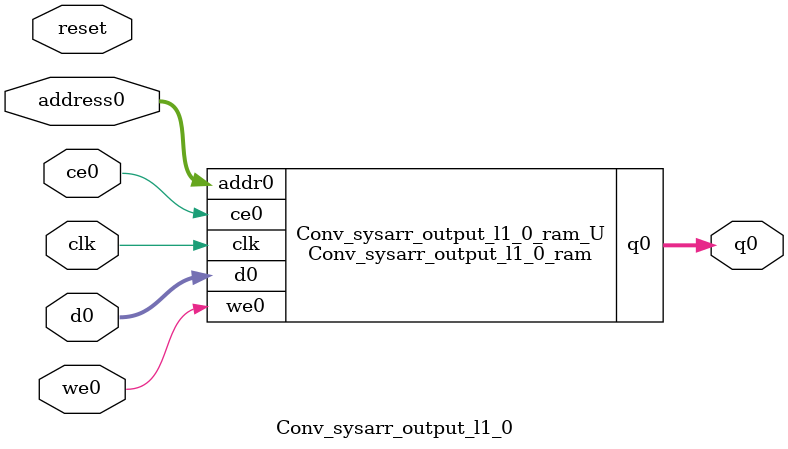
<source format=v>
`timescale 1 ns / 1 ps
module Conv_sysarr_output_l1_0_ram (addr0, ce0, d0, we0, q0,  clk);

parameter DWIDTH = 32;
parameter AWIDTH = 9;
parameter MEM_SIZE = 512;

input[AWIDTH-1:0] addr0;
input ce0;
input[DWIDTH-1:0] d0;
input we0;
output reg[DWIDTH-1:0] q0;
input clk;

(* ram_style = "block" *)reg [DWIDTH-1:0] ram[0:MEM_SIZE-1];




always @(posedge clk)  
begin 
    if (ce0) begin
        if (we0) 
            ram[addr0] <= d0; 
        q0 <= ram[addr0];
    end
end


endmodule

`timescale 1 ns / 1 ps
module Conv_sysarr_output_l1_0(
    reset,
    clk,
    address0,
    ce0,
    we0,
    d0,
    q0);

parameter DataWidth = 32'd32;
parameter AddressRange = 32'd512;
parameter AddressWidth = 32'd9;
input reset;
input clk;
input[AddressWidth - 1:0] address0;
input ce0;
input we0;
input[DataWidth - 1:0] d0;
output[DataWidth - 1:0] q0;



Conv_sysarr_output_l1_0_ram Conv_sysarr_output_l1_0_ram_U(
    .clk( clk ),
    .addr0( address0 ),
    .ce0( ce0 ),
    .we0( we0 ),
    .d0( d0 ),
    .q0( q0 ));

endmodule


</source>
